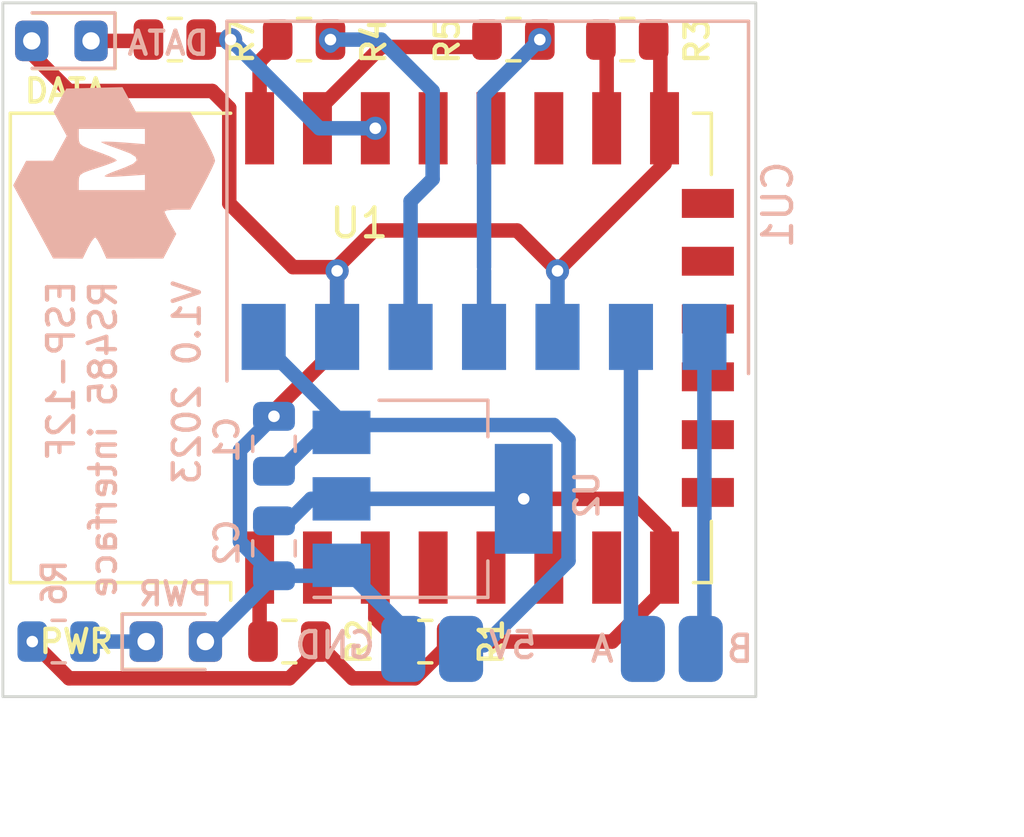
<source format=kicad_pcb>
(kicad_pcb (version 20211014) (generator pcbnew)
  (layers (0 "F.Cu" signal) (31 "B.Cu" signal) (34 "B.Paste" user) (35 "F.Paste" user) (36 "B.SilkS" user "B.Silkscreen") (37 "F.SilkS" user "F.Silkscreen") (38 "B.Mask" user) (39 "F.Mask" user) (44 "Edge.Cuts" user))
  (net 0 "")
  (net 1 "+5V")
  (net 2 "GND")
  (net 3 "+3.3V")
  (net 4 "Net-(CU1-Pad3)")
  (net 5 "Net-(CU1-Pad4)")
  (net 6 "/IN_A")
  (net 7 "/IN_B")
  (net 8 "Net-(R1-Pad2)")
  (net 9 "Net-(R2-Pad2)")
  (net 10 "Net-(R3-Pad1)")
  (net 11 "/ESP_TX")
  (net 12 "/ESP_RX")
  (net 28 "Net-(J3-Pad1)")
  (net 29 "Net-(J4-Pad1)")
  (net 30 "/GPIO_5")
  (footprint "Resistor_SMD:R_0805_2012Metric" (layer "F.Cu") (at 81.788 32.766)
    (fp_text reference "R3" (at 2.413 0.045 270) (layer "F.SilkS") (effects (font (size 0.8 0.8))))
    (fp_text value "10k")
    (fp_line (start -0.227064 0.735) (end 0.227064 0.735) (layer "F.SilkS") (width 0.12))
    (fp_line (start -0.227064 -0.735) (end 0.227064 -0.735) (layer "F.SilkS") (width 0.12))
    (pad "1" smd roundrect (at -0.9125 0) (size 1.025 1.4) (layers "F.Cu" "F.Paste" "F.Mask") (roundrect_rratio 0.243902439) (net 10 "Net-(R3-Pad1)"))
    (pad "2" smd roundrect (at 0.9125 0) (size 1.025 1.4) (layers "F.Cu" "F.Paste" "F.Mask") (roundrect_rratio 0.243902439) (net 2 "GND"))
  )
  (footprint "Resistor_SMD:R_0805_2012Metric" (layer "F.Cu") (at 74.803 53.594 180)
    (fp_text reference "R1" (at -2.286 0 90) (layer "F.SilkS") (effects (font (size 0.8 0.8))))
    (fp_text value "10k")
    (fp_line (start -0.227064 0.735) (end 0.227064 0.735) (layer "F.SilkS") (width 0.12))
    (fp_line (start -0.227064 -0.735) (end 0.227064 -0.735) (layer "F.SilkS") (width 0.12))
    (pad "1" smd roundrect (at -0.9125 0 180) (size 1.025 1.4) (layers "F.Cu" "F.Paste" "F.Mask") (roundrect_rratio 0.243902439) (net 3 "+3.3V"))
    (pad "2" smd roundrect (at 0.9125 0 180) (size 1.025 1.4) (layers "F.Cu" "F.Paste" "F.Mask") (roundrect_rratio 0.243902439) (net 8 "Net-(R1-Pad2)"))
  )
  (footprint "Resistor_SMD:R_0805_2012Metric" (layer "F.Cu") (at 77.851 32.766)
    (fp_text reference "R5" (at -2.286 0.045 270) (layer "F.SilkS") (effects (font (size 0.8 0.8))))
    (fp_text value "0")
    (fp_line (start -0.227064 0.735) (end 0.227064 0.735) (layer "F.SilkS") (width 0.12))
    (fp_line (start -0.227064 -0.735) (end 0.227064 -0.735) (layer "F.SilkS") (width 0.12))
    (pad "1" smd roundrect (at -0.9125 0) (size 1.025 1.4) (layers "F.Cu" "F.Paste" "F.Mask") (roundrect_rratio 0.243902439) (net 12 "/ESP_RX"))
    (pad "2" smd roundrect (at 0.9125 0) (size 1.025 1.4) (layers "F.Cu" "F.Paste" "F.Mask") (roundrect_rratio 0.243902439) (net 5 "Net-(CU1-Pad4)"))
  )
  (footprint "Resistor_SMD:R_0805_2012Metric" (layer "F.Cu") (at 66.1435 32.766 180)
    (fp_text reference "R7" (at -2.3095 -0.045 90) (layer "F.SilkS") (effects (font (size 0.8 0.8))))
    (fp_text value "330" hide)
    (fp_line (start -0.227064 -0.735) (end 0.227064 -0.735) (layer "F.SilkS") (width 0.12))
    (fp_line (start -0.227064 0.735) (end 0.227064 0.735) (layer "F.SilkS") (width 0.12))
    (pad "1" smd roundrect (at -0.9125 0 180) (size 1.025 1.4) (layers "F.Cu" "F.Paste" "F.Mask") (roundrect_rratio 0.243902439) (net 30 "/GPIO_5"))
    (pad "2" smd roundrect (at 0.9125 0 180) (size 1.025 1.4) (layers "F.Cu" "F.Paste" "F.Mask") (roundrect_rratio 0.243902439) (net 29 "Net-(J4-Pad1)"))
  )
  (footprint "-local:my_LED_0805_2012Metric_Pad1.15x1.40mm_HandSolder" (layer "F.Cu") (at 62.221 32.811 180)
    (fp_text reference "J4" hide)
    (fp_text value "DATA" (at -0.136 -1.733 180) (layer "F.SilkS") (effects (font (size 0.8 0.8))))
    (fp_line (start -1.85 0.97) (end 1.01 0.97) (layer "B.SilkS") (width 0.12))
    (fp_line (start 1.01 -0.95) (end -1.85 -0.95) (layer "B.SilkS") (width 0.12))
    (fp_line (start -1.85 -0.95) (end -1.85 0.97) (layer "B.SilkS") (width 0.12))
    (fp_line (start -1.86 -0.96) (end -1.86 0.96) (layer "F.SilkS") (width 0.12))
    (fp_line (start 1 -0.96) (end -1.86 -0.96) (layer "F.SilkS") (width 0.12))
    (fp_line (start -1.86 0.96) (end 1 0.96) (layer "F.SilkS") (width 0.12))
    (pad "1" thru_hole roundrect (at -1.025 0 180) (size 1.15 1.4) (drill 0.6) (layers *.Cu *.Mask) (roundrect_rratio 0.2173913043) (net 29 "Net-(J4-Pad1)"))
    (pad "2" thru_hole roundrect (at 1.025 0 180) (size 1.15 1.4) (drill 0.6) (layers *.Cu *.Mask) (roundrect_rratio 0.2173913043) (net 2 "GND"))
  )
  (footprint "Resistor_SMD:R_0805_2012Metric" (layer "F.Cu") (at 70.612 32.766)
    (fp_text reference "R4" (at 2.413 0.045 270) (layer "F.SilkS") (effects (font (size 0.8 0.8))))
    (fp_text value "0")
    (fp_line (start -0.227064 0.735) (end 0.227064 0.735) (layer "F.SilkS") (width 0.12))
    (fp_line (start -0.227064 -0.735) (end 0.227064 -0.735) (layer "F.SilkS") (width 0.12))
    (pad "1" smd roundrect (at -0.9125 0) (size 1.025 1.4) (layers "F.Cu" "F.Paste" "F.Mask") (roundrect_rratio 0.243902439) (net 11 "/ESP_TX"))
    (pad "2" smd roundrect (at 0.9125 0) (size 1.025 1.4) (layers "F.Cu" "F.Paste" "F.Mask") (roundrect_rratio 0.243902439) (net 4 "Net-(CU1-Pad3)"))
  )
  (footprint "RF_Module:ESP-12E" (layer "F.Cu") (at 72.575 43.434 90)
    (fp_text reference "U1" (at 4.318 -0.058 180) (layer "F.SilkS"))
    (fp_text value "ESP-12F")
    (fp_line (start -8.12 -4.5) (end -8.12 -12.12) (layer "F.SilkS") (width 0.12))
    (fp_line (start -6 12.12) (end -8.12 12.12) (layer "F.SilkS") (width 0.12))
    (fp_line (start -8.12 -12.12) (end 8.12 -12.12) (layer "F.SilkS") (width 0.12))
    (fp_line (start 8.12 12.12) (end 6 12.12) (layer "F.SilkS") (width 0.12))
    (fp_line (start 8.12 11.5) (end 8.12 12.12) (layer "F.SilkS") (width 0.12))
    (fp_line (start 8.12 -12.12) (end 8.12 -4.5) (layer "F.SilkS") (width 0.12))
    (fp_line (start -8.12 -4.5) (end -8.73 -4.5) (layer "F.SilkS") (width 0.12))
    (fp_line (start -8.12 12.12) (end -8.12 11.5) (layer "F.SilkS") (width 0.12))
    (pad "1" smd rect (at -7.6 -3.5 90) (size 2.5 1) (layers "F.Cu" "F.Paste" "F.Mask") (net 9 "Net-(R2-Pad2)"))
    (pad "2" smd rect (at -7.6 -1.5 90) (size 2.5 1) (layers "F.Cu" "F.Paste" "F.Mask"))
    (pad "3" smd rect (at -7.6 0.5 90) (size 2.5 1) (layers "F.Cu" "F.Paste" "F.Mask") (net 8 "Net-(R1-Pad2)"))
    (pad "4" smd rect (at -7.6 2.5 90) (size 2.5 1) (layers "F.Cu" "F.Paste" "F.Mask"))
    (pad "5" smd rect (at -7.6 4.5 90) (size 2.5 1) (layers "F.Cu" "F.Paste" "F.Mask"))
    (pad "6" smd rect (at -7.6 6.5 90) (size 2.5 1) (layers "F.Cu" "F.Paste" "F.Mask"))
    (pad "7" smd rect (at -7.6 8.5 90) (size 2.5 1) (layers "F.Cu" "F.Paste" "F.Mask"))
    (pad "8" smd rect (at -7.6 10.5 90) (size 2.5 1) (layers "F.Cu" "F.Paste" "F.Mask") (net 3 "+3.3V"))
    (pad "9" smd rect (at -5 12 90) (size 1 1.8) (layers "F.Cu" "F.Paste" "F.Mask"))
    (pad "10" smd rect (at -3 12 90) (size 1 1.8) (layers "F.Cu" "F.Paste" "F.Mask"))
    (pad "11" smd rect (at -1 12 90) (size 1 1.8) (layers "F.Cu" "F.Paste" "F.Mask"))
    (pad "12" smd rect (at 1 12 90) (size 1 1.8) (layers "F.Cu" "F.Paste" "F.Mask"))
    (pad "13" smd rect (at 3 12 90) (size 1 1.8) (layers "F.Cu" "F.Paste" "F.Mask"))
    (pad "14" smd rect (at 5 12 90) (size 1 1.8) (layers "F.Cu" "F.Paste" "F.Mask"))
    (pad "15" smd rect (at 7.6 10.5 90) (size 2.5 1) (layers "F.Cu" "F.Paste" "F.Mask") (net 2 "GND"))
    (pad "16" smd rect (at 7.6 8.5 90) (size 2.5 1) (layers "F.Cu" "F.Paste" "F.Mask") (net 10 "Net-(R3-Pad1)"))
    (pad "17" smd rect (at 7.6 6.5 90) (size 2.5 1) (layers "F.Cu" "F.Paste" "F.Mask"))
    (pad "18" smd rect (at 7.6 4.5 90) (size 2.5 1) (layers "F.Cu" "F.Paste" "F.Mask"))
    (pad "19" smd rect (at 7.6 2.5 90) (size 2.5 1) (layers "F.Cu" "F.Paste" "F.Mask"))
    (pad "20" smd rect (at 7.6 0.5 90) (size 2.5 1) (layers "F.Cu" "F.Paste" "F.Mask") (net 30 "/GPIO_5"))
    (pad "21" smd rect (at 7.6 -1.5 90) (size 2.5 1) (layers "F.Cu" "F.Paste" "F.Mask") (net 12 "/ESP_RX"))
    (pad "22" smd rect (at 7.6 -3.5 90) (size 2.5 1) (layers "F.Cu" "F.Paste" "F.Mask") (net 11 "/ESP_TX"))
  )
  (footprint "-local:my_LED_0805_2012Metric_Pad1.15x1.40mm_HandSolder" (layer "F.Cu") (at 66.176 53.594)
    (fp_text reference "J3" hide)
    (fp_text value "PWR" (at -3.438 0) (layer "F.SilkS") (effects (font (size 0.8 0.8))))
    (fp_line (start -1.85 0.97) (end 1.01 0.97) (layer "B.SilkS") (width 0.12))
    (fp_line (start 1.01 -0.95) (end -1.85 -0.95) (layer "B.SilkS") (width 0.12))
    (fp_line (start -1.85 -0.95) (end -1.85 0.97) (layer "B.SilkS") (width 0.12))
    (fp_line (start -1.86 0.96) (end 1 0.96) (layer "F.SilkS") (width 0.12))
    (fp_line (start 1 -0.96) (end -1.86 -0.96) (layer "F.SilkS") (width 0.12))
    (fp_line (start -1.86 -0.96) (end -1.86 0.96) (layer "F.SilkS") (width 0.12))
    (pad "1" thru_hole roundrect (at -1.025 0) (size 1.15 1.4) (drill 0.6) (layers *.Cu *.Mask) (roundrect_rratio 0.2173913043) (net 28 "Net-(J3-Pad1)"))
    (pad "2" thru_hole roundrect (at 1.025 0) (size 1.15 1.4) (drill 0.6) (layers *.Cu *.Mask) (roundrect_rratio 0.2173913043) (net 2 "GND"))
  )
  (footprint "Resistor_SMD:R_0805_2012Metric" (layer "F.Cu") (at 70.104 53.594 180)
    (fp_text reference "R2" (at -2.413 0 90) (layer "F.SilkS") (effects (font (size 0.8 0.8))))
    (fp_text value "10k")
    (fp_line (start -0.227064 0.735) (end 0.227064 0.735) (layer "F.SilkS") (width 0.12))
    (fp_line (start -0.227064 -0.735) (end 0.227064 -0.735) (layer "F.SilkS") (width 0.12))
    (pad "1" smd roundrect (at -0.9125 0 180) (size 1.025 1.4) (layers "F.Cu" "F.Paste" "F.Mask") (roundrect_rratio 0.243902439) (net 3 "+3.3V"))
    (pad "2" smd roundrect (at 0.9125 0 180) (size 1.025 1.4) (layers "F.Cu" "F.Paste" "F.Mask") (roundrect_rratio 0.243902439) (net 9 "Net-(R2-Pad2)"))
  )
  (footprint "-local:R411A01" (layer "B.Cu") (at 68.453 32.639 -90)
    (fp_text reference "CU1" (at 5.842 -18.542 90 unlocked) (layer "B.SilkS") (effects (justify mirror)))
    (fp_text value "R411A01")
    (fp_line (start -0.508 0.508) (end -0.508 -17.526) (layer "B.SilkS") (width 0.12))
    (fp_line (start 11.938 0.508) (end -0.508 0.508) (layer "B.SilkS") (width 0.12))
    (fp_line (start -0.508 -17.526) (end 11.684 -17.526) (layer "B.SilkS") (width 0.12))
    (pad "1" smd rect (at 10.414 -0.762 270) (size 2.286 1.524) (layers "B.Cu" "B.Paste" "B.Mask") (net 1 "+5V"))
    (pad "2" smd rect (at 10.414 -3.302 270) (size 2.286 1.524) (layers "B.Cu" "B.Paste" "B.Mask") (net 2 "GND"))
    (pad "3" smd rect (at 10.414 -5.842 270) (size 2.286 1.524) (layers "B.Cu" "B.Paste" "B.Mask") (net 4 "Net-(CU1-Pad3)"))
    (pad "4" smd rect (at 10.414 -8.382 270) (size 2.286 1.524) (layers "B.Cu" "B.Paste" "B.Mask") (net 5 "Net-(CU1-Pad4)"))
    (pad "5" smd rect (at 10.414 -10.922 270) (size 2.286 1.524) (layers "B.Cu" "B.Paste" "B.Mask"))
    (pad "6" smd rect (at 10.414 -13.462 270) (size 2.286 1.524) (layers "B.Cu" "B.Paste" "B.Mask") (net 6 "/IN_A"))
    (pad "7" smd rect (at 10.414 -16.002 270) (size 2.286 1.524) (layers "B.Cu" "B.Paste" "B.Mask") (net 7 "/IN_B"))
  )
  (footprint "-local:2pin_pad" (layer "B.Cu") (at 76.041 53.848 90)
    (fp_text reference "J2" hide)
    (fp_text value "PWR" hide)
    (pad "1" smd roundrect (at 0 0 90) (size 2.286 1.524) (layers "B.Cu" "B.Paste" "B.Mask") (net 1 "+5V"))
    (pad "2" smd roundrect (at 0 -2 90) (size 2.286 1.524) (layers "B.Cu" "B.Paste" "B.Mask") (net 2 "GND"))
  )
  (footprint "-local:logo_kms_small_silkscreen" (layer "B.Cu") (at 64.008 36.957 -90)
    (fp_text reference "G***" hide)
    (fp_text value "LOGO" hide)
    (fp_poly (pts (xy 2.116877 2.764724) (xy 3.383025 2.074333) (xy 3.384846 1.562038) (xy 3.386667 1.049742) (xy 3.001301 0.862517) (xy 2.790526 0.744233) (xy 2.670184 0.645099) (xy 2.658544 0.606349) (xy 2.756204 0.53197) (xy 2.951559 0.426272) (xy 3.04391 0.382844) (xy 3.386667 0.228282) (xy 3.385955 -0.753692) (xy 3.385242 -1.735667) (xy 2.958732 -1.961382) (xy 2.532222 -2.187098) (xy 2.176278 -1.983569) (xy 1.955571 -1.864108) (xy 1.796662 -1.790367) (xy 1.756834 -1.77902) (xy 1.721214 -1.854803) (xy 1.697798 -2.050556) (xy 1.692499 -2.2225) (xy 1.691665 -2.667) (xy 0.909333 -3.090334) (xy 0.572241 -3.267716) (xy 0.281728 -3.411355) (xy 0.075183 -3.503285) (xy 0 -3.527314) (xy -0.123164 -3.493503) (xy -0.355769 -3.391419) (xy -0.661039 -3.238198) (xy -0.908502 -3.10398) (xy -1.690003 -2.667) (xy -1.69278 -1.100667) (xy -1.100666 -1.100667) (xy -0.57469 -1.100667) (xy -0.635467 -0.3175) (xy -0.656467 0.015334) (xy -0.662989 0.266572) (xy -0.654674 0.4023) (xy -0.643244 0.415066) (xy -0.591922 0.31503) (xy -0.506157 0.098671) (xy -0.403589 -0.189211) (xy -0.393179 -0.219934) (xy -0.253409 -0.583479) (xy -0.129647 -0.781514) (xy -0.013063 -0.816032) (xy 0.105175 -0.689025) (xy 0.233899 -0.402484) (xy 0.247907 -0.364532) (xy 0.389806 0.016194) (xy 0.484588 0.237516) (xy 0.539083 0.300543) (xy 0.56012 0.206382) (xy 0.554529 -0.043861) (xy 0.53802 -0.3175) (xy 0.486159 -1.100667) (xy 1.016 -1.100667) (xy 1.016 1.185333) (xy 0.734573 1.185333) (xy 0.592127 1.178256) (xy 0.494874 1.134867) (xy 0.417781 1.021929) (xy 0.335814 0.806205) (xy 0.25236 0.545104) (xy 0.151022 0.23986) (xy 0.062012 0.003481) (xy 0.001326 -0.122357) (xy -0.007325 -0.131527) (xy -0.059519 -0.074492) (xy -0.148137 0.109023) (xy -0.257282 0.38445) (xy -0.301766 0.508702) (xy -0.419082 0.837342) (xy -0.50633 1.037477) (xy -0.587853 1.140954) (xy -0.687997 1.179621) (xy -0.818987 1.185333) (xy -1.100666 1.185333) (xy -1.100666 -1.100667) (xy -1.69278 -1.100667) (xy -1.693333 -0.788912) (xy -2.119295 -0.557074) (xy -2.545257 -0.325237) (xy -2.521462 0.64663) (xy -2.497666 1.618497) (xy -1.694762 2.059689) (xy -0.856296 1.603339) (xy -0.00244 2.074333) (xy -0.000508 2.54) (xy 0.001425 3.005666) (xy 0.426076 3.230391) (xy 0.850728 3.455115)) (layer "B.SilkS") (width 0) (fill solid))
  )
  (footprint "Resistor_SMD:R_0805_2012Metric" (layer "B.Cu") (at 62.1265 53.594)
    (fp_text reference "R6" (at -0.1505 -2.032 90) (layer "B.SilkS") (effects (font (size 0.8 0.8)) (justify mirror)))
    (fp_text value "330")
    (fp_line (start -0.227064 0.735) (end 0.227064 0.735) (layer "B.SilkS") (width 0.12))
    (fp_line (start -0.227064 -0.735) (end 0.227064 -0.735) (layer "B.SilkS") (width 0.12))
    (pad "1" smd roundrect (at -0.9125 0) (size 1.025 1.4) (layers "B.Cu" "B.Paste" "B.Mask") (roundrect_rratio 0.243902) (net 3 "+3.3V"))
    (pad "2" smd roundrect (at 0.9125 0) (size 1.025 1.4) (layers "B.Cu" "B.Paste" "B.Mask") (roundrect_rratio 0.243902) (net 28 "Net-(J3-Pad1)"))
  )
  (footprint "Package_TO_SOT_SMD:SOT-223-3_TabPin2" (layer "B.Cu") (at 75.057 48.655)
    (fp_text reference "U2" (at 5.334 -0.141 270) (layer "B.SilkS") (effects (font (size 0.8 0.8)) (justify mirror)))
    (fp_text value "AMS1117-3.3")
    (fp_line (start 1.91 3.41) (end 1.91 2.15) (layer "B.SilkS") (width 0.12))
    (fp_line (start -1.85 -3.41) (end 1.91 -3.41) (layer "B.SilkS") (width 0.12))
    (fp_line (start -4.1 3.41) (end 1.91 3.41) (layer "B.SilkS") (width 0.12))
    (fp_line (start 1.91 -3.41) (end 1.91 -2.15) (layer "B.SilkS") (width 0.12))
    (pad "1" smd rect (at -3.15 2.3) (size 2 1.5) (layers "B.Cu" "B.Paste" "B.Mask") (net 2 "GND"))
    (pad "2" smd rect (at 3.15 0) (size 2 3.8) (layers "B.Cu" "B.Paste" "B.Mask") (net 3 "+3.3V"))
    (pad "2" smd rect (at -3.15 0) (size 2 1.5) (layers "B.Cu" "B.Paste" "B.Mask") (net 3 "+3.3V"))
    (pad "3" smd rect (at -3.15 -2.3) (size 2 1.5) (layers "B.Cu" "B.Paste" "B.Mask") (net 1 "+5V"))
  )
  (footprint "-local:2pin_pad" (layer "B.Cu") (at 84.328 53.848 90)
    (fp_text reference "J1" hide)
    (fp_text value "RS485" hide)
    (pad "1" smd roundrect (at 0 0 90) (size 2.286 1.524) (layers "B.Cu" "B.Paste" "B.Mask") (net 7 "/IN_B"))
    (pad "2" smd roundrect (at 0 -2 90) (size 2.286 1.524) (layers "B.Cu" "B.Paste" "B.Mask") (net 6 "/IN_A"))
  )
  (footprint "Capacitor_SMD:C_0805_2012Metric" (layer "B.Cu") (at 69.571 46.75 90)
    (fp_text reference "C1" (at 0.141 -1.626 90) (layer "B.SilkS") (effects (font (size 0.8 0.8)) (justify mirror)))
    (fp_text value "10u")
    (fp_line (start -0.261252 -0.735) (end 0.261252 -0.735) (layer "B.SilkS") (width 0.12))
    (fp_line (start -0.261252 0.735) (end 0.261252 0.735) (layer "B.SilkS") (width 0.12))
    (pad "1" smd roundrect (at -0.95 0 90) (size 1 1.45) (layers "B.Cu" "B.Paste" "B.Mask") (net 1 "+5V"))
    (pad "2" smd roundrect (at 0.95 0 90) (size 1 1.45) (layers "B.Cu" "B.Paste" "B.Mask") (net 2 "GND"))
  )
  (footprint "Capacitor_SMD:C_0805_2012Metric" (layer "B.Cu") (at 69.571 50.367 -90)
    (fp_text reference "C2" (at -0.202 1.626 90) (layer "B.SilkS") (effects (font (size 0.8 0.8)) (justify mirror)))
    (fp_text value "10u")
    (fp_line (start -0.261252 -0.735) (end 0.261252 -0.735) (layer "B.SilkS") (width 0.12))
    (fp_line (start -0.261252 0.735) (end 0.261252 0.735) (layer "B.SilkS") (width 0.12))
    (pad "1" smd roundrect (at -0.95 0 270) (size 1 1.45) (layers "B.Cu" "B.Paste" "B.Mask") (net 3 "+3.3V"))
    (pad "2" smd roundrect (at 0.95 0 270) (size 1 1.45) (layers "B.Cu" "B.Paste" "B.Mask") (net 2 "GND"))
  )
  (gr_rect (start 86.233 31.496) (end 60.198 55.499) (layer "Edge.Cuts") (width 0.1) (fill none))
  (gr_text "PWR" (at 66.167 51.943) (layer "B.SilkS") (effects (font (size 0.8 0.8)) (justify mirror)))
  (gr_text "A" (at 81.407 53.848) (layer "B.SilkS") (effects (font (size 0.9 0.9)) (justify left mirror)))
  (gr_text "GND" (at 73.152 53.721) (layer "B.SilkS") (effects (font (size 0.9 0.9)) (justify left mirror)))
  (gr_text "5V" (at 78.74 53.721) (layer "B.SilkS") (effects (font (size 0.9 0.9)) (justify left mirror)))
  (gr_text "ESP-12F \nRS485 interface\n\nV1.0 2023" (at 64.389 41.021 90) (layer "B.SilkS") (effects (font (size 0.9 0.9)) (justify left mirror)))
  (gr_text "DATA" (at 65.913 32.893) (layer "B.SilkS") (effects (font (size 0.8 0.8)) (justify mirror)))
  (gr_text "B" (at 86.233 53.848) (layer "B.SilkS") (effects (font (size 0.9 0.9)) (justify left mirror)))
  (segment (start 71.907 46.355) (end 71.907 45.999) (width 0.5) (layer "B.Cu") (net 1))
  (segment (start 79.248 46.101) (end 72.161 46.101) (width 0.5) (layer "B.Cu") (net 1))
  (segment (start 71.12 46.355) (end 71.907 46.355) (width 0.5) (layer "B.Cu") (net 1))
  (segment (start 76.041 53.721) (end 76.835 53.721) (width 0.5) (layer "B.Cu") (net 1))
  (segment (start 76.835 53.721) (end 79.756 50.8) (width 0.5) (layer "B.Cu") (net 1))
  (segment (start 79.756 50.8) (end 79.756 46.609) (width 0.5) (layer "B.Cu") (net 1))
  (segment (start 71.907 45.999) (end 69.215 43.307) (width 0.5) (layer "B.Cu") (net 1))
  (segment (start 69.571 47.7) (end 69.775 47.7) (width 0.5) (layer "B.Cu") (net 1))
  (segment (start 69.775 47.7) (end 71.12 46.355) (width 0.5) (layer "B.Cu") (net 1))
  (segment (start 79.756 46.609) (end 79.248 46.101) (width 0.5) (layer "B.Cu") (net 1))
  (segment (start 69.215 43.307) (end 69.215 43.053) (width 0.5) (layer "B.Cu") (net 1))
  (segment (start 72.161 46.101) (end 71.907 46.355) (width 0.5) (layer "B.Cu") (net 1))
  (segment (start 71.755 43.434) (end 71.755 40.767) (width 0.5) (layer "F.Cu") (net 2))
  (segment (start 70.231 40.64) (end 68.025 38.434) (width 0.5) (layer "F.Cu") (net 2))
  (segment (start 82.7005 32.766) (end 82.931 32.9965) (width 0.5) (layer "F.Cu") (net 2))
  (segment (start 67.437 34.544) (end 62.484 34.544) (width 0.5) (layer "F.Cu") (net 2))
  (segment (start 69.571 45.618) (end 71.755 43.434) (width 0.5) (layer "F.Cu") (net 2))
  (segment (start 82.931 32.9965) (end 82.931 35.69) (width 0.5) (layer "F.Cu") (net 2))
  (segment (start 62.484 34.544) (end 61.196 33.256) (width 0.5) (layer "F.Cu") (net 2))
  (segment (start 71.755 40.64) (end 70.231 40.64) (width 0.5) (layer "F.Cu") (net 2))
  (segment (start 69.571 45.8) (end 69.571 45.618) (width 0.5) (layer "F.Cu") (net 2))
  (segment (start 73.025 39.37) (end 71.755 40.64) (width 0.5) (layer "F.Cu") (net 2))
  (segment (start 77.978 39.37) (end 73.025 39.37) (width 0.5) (layer "F.Cu") (net 2))
  (segment (start 83.075 37.067) (end 83.075 35.834) (width 0.5) (layer "F.Cu") (net 2))
  (segment (start 68.025 35.132) (end 67.437 34.544) (width 0.5) (layer "F.Cu") (net 2))
  (segment (start 61.196 33.256) (end 61.196 33.02) (width 0.5) (layer "F.Cu") (net 2))
  (segment (start 82.931 35.69) (end 83.075 35.834) (width 0.5) (layer "F.Cu") (net 2))
  (segment (start 68.025 38.434) (end 68.025 35.132) (width 0.5) (layer "F.Cu") (net 2))
  (segment (start 79.375 40.767) (end 83.075 37.067) (width 0.5) (layer "F.Cu") (net 2))
  (segment (start 79.375 40.767) (end 77.978 39.37) (width 0.5) (layer "F.Cu") (net 2))
  (via (at 79.375 40.767) (size 0.8) (drill 0.4) (layers "F.Cu" "B.Cu") (net 2))
  (via (at 69.571 45.8) (size 0.8) (drill 0.4) (layers "F.Cu" "B.Cu") (net 2))
  (via (at 71.755 40.767) (size 0.8) (drill 0.4) (layers "F.Cu" "B.Cu") (net 2))
  (segment (start 69.571 51.317) (end 71.545 51.317) (width 0.5) (layer "B.Cu") (net 2))
  (segment (start 71.755 40.767) (end 71.755 43.053) (width 0.5) (layer "B.Cu") (net 2))
  (segment (start 79.375 43.053) (end 79.375 40.767) (width 0.5) (layer "B.Cu") (net 2))
  (segment (start 71.545 51.317) (end 71.907 50.955) (width 0.5) (layer "B.Cu") (net 2))
  (segment (start 67.151 53.594) (end 67.294 53.594) (width 0.5) (layer "B.Cu") (net 2))
  (segment (start 68.396 46.975) (end 68.396 50.142) (width 0.5) (layer "B.Cu") (net 2))
  (segment (start 74.041 53.089) (end 71.907 50.955) (width 0.5) (layer "B.Cu") (net 2))
  (segment (start 74.041 53.721) (end 74.041 53.089) (width 0.5) (layer "B.Cu") (net 2))
  (segment (start 69.571 45.8) (end 68.396 46.975) (width 0.5) (layer "B.Cu") (net 2))
  (segment (start 68.396 50.142) (end 69.571 51.317) (width 0.5) (layer "B.Cu") (net 2))
  (segment (start 67.294 53.594) (end 69.571 51.317) (width 0.5) (layer "B.Cu") (net 2))
  (segment (start 83.075 49.801) (end 81.915 48.641) (width 0.5) (layer "F.Cu") (net 3))
  (segment (start 70.104 54.864) (end 71.0165 53.9515) (width 0.5) (layer "F.Cu") (net 3))
  (segment (start 81.901 48.655) (end 78.207 48.655) (width 0.5) (layer "F.Cu") (net 3))
  (segment (start 74.4455 54.864) (end 75.7155 53.594) (width 0.5) (layer "F.Cu") (net 3))
  (segment (start 83.075 51.784) (end 83.075 51.034) (width 0.5) (layer "F.Cu") (net 3))
  (segment (start 61.214 53.594) (end 62.484 54.864) (width 0.5) (layer "F.Cu") (net 3))
  (segment (start 81.265 53.594) (end 83.075 51.784) (width 0.5) (layer "F.Cu") (net 3))
  (segment (start 83.075 51.034) (end 83.075 49.801) (width 0.5) (layer "F.Cu") (net 3))
  (segment (start 71.0165 53.9515) (end 71.0165 53.594) (width 0.5) (layer "F.Cu") (net 3))
  (segment (start 71.0165 53.594) (end 72.2865 54.864) (width 0.5) (layer "F.Cu") (net 3))
  (segment (start 75.7155 53.594) (end 81.265 53.594) (width 0.5) (layer "F.Cu") (net 3))
  (segment (start 62.484 54.864) (end 70.104 54.864) (width 0.5) (layer "F.Cu") (net 3))
  (segment (start 81.915 48.641) (end 81.901 48.655) (width 0.5) (layer "F.Cu") (net 3))
  (segment (start 72.2865 54.864) (end 74.4455 54.864) (width 0.5) (layer "F.Cu") (net 3))
  (via (at 61.214 53.594) (size 0.8) (drill 0.4) (layers "F.Cu" "B.Cu") (net 3))
  (via (at 78.207 48.655) (size 0.8) (drill 0.4) (layers "F.Cu" "B.Cu") (net 3))
  (segment (start 71.907 48.655) (end 78.207 48.655) (width 0.5) (layer "B.Cu") (net 3))
  (segment (start 70.09 49.417) (end 70.852 48.655) (width 0.5) (layer "B.Cu") (net 3))
  (segment (start 70.852 48.655) (end 71.907 48.655) (width 0.5) (layer "B.Cu") (net 3))
  (segment (start 69.571 49.417) (end 70.09 49.417) (width 0.5) (layer "B.Cu") (net 3))
  (via (at 71.5245 32.766) (size 0.8) (drill 0.4) (layers "F.Cu" "B.Cu") (net 4))
  (segment (start 71.5245 32.975) (end 71.7335 32.766) (width 0.5) (layer "B.Cu") (net 4))
  (segment (start 73.279 32.766) (end 75.057 34.544) (width 0.5) (layer "B.Cu") (net 4))
  (segment (start 71.7335 32.766) (end 73.279 32.766) (width 0.5) (layer "B.Cu") (net 4))
  (segment (start 75.057 34.544) (end 75.057 37.592) (width 0.5) (layer "B.Cu") (net 4))
  (segment (start 75.057 37.592) (end 74.295 38.354) (width 0.5) (layer "B.Cu") (net 4))
  (segment (start 74.295 38.354) (end 74.295 43.053) (width 0.5) (layer "B.Cu") (net 4))
  (segment (start 78.7635 32.766) (end 78.74 32.7895) (width 0.5) (layer "F.Cu") (net 5))
  (segment (start 78.74 32.7895) (end 78.74 33.147) (width 0.5) (layer "F.Cu") (net 5))
  (via (at 78.7635 32.766) (size 0.8) (drill 0.4) (layers "F.Cu" "B.Cu") (net 5))
  (segment (start 76.835 43.053) (end 76.835 40.767) (width 0.5) (layer "B.Cu") (net 5))
  (segment (start 78.7635 32.766) (end 76.835 34.6945) (width 0.5) (layer "B.Cu") (net 5))
  (segment (start 76.835 34.6945) (end 76.835 40.64) (width 0.5) (layer "B.Cu") (net 5))
  (segment (start 82.328 53.848) (end 81.915 53.435) (width 0.5) (layer "B.Cu") (net 6))
  (segment (start 81.915 53.435) (end 81.915 43.053) (width 0.5) (layer "B.Cu") (net 6))
  (segment (start 84.455 53.721) (end 84.455 43.053) (width 0.5) (layer "B.Cu") (net 7))
  (segment (start 84.328 53.848) (end 84.455 53.721) (width 0.5) (layer "B.Cu") (net 7))
  (segment (start 73.8905 53.594) (end 73.075 52.7785) (width 0.5) (layer "F.Cu") (net 8))
  (segment (start 73.075 52.7785) (end 73.075 51.034) (width 0.5) (layer "F.Cu") (net 8))
  (segment (start 69.075 53.4775) (end 69.1915 53.594) (width 0.5) (layer "F.Cu") (net 9))
  (segment (start 69.075 51.034) (end 69.075 53.4775) (width 0.5) (layer "F.Cu") (net 9))
  (segment (start 80.8755 33.147) (end 80.8755 32.766) (width 0.5) (layer "F.Cu") (net 10))
  (segment (start 80.8755 32.766) (end 81.075 32.9655) (width 0.5) (layer "F.Cu") (net 10))
  (segment (start 81.075 32.9655) (end 81.075 35.834) (width 0.5) (layer "F.Cu") (net 10))
  (segment (start 69.075 35.834) (end 69.075 33.5175) (width 0.5) (layer "F.Cu") (net 11))
  (segment (start 69.075 33.5175) (end 69.4455 33.147) (width 0.5) (layer "F.Cu") (net 11))
  (segment (start 76.6845 33.02) (end 73.279 33.02) (width 0.5) (layer "F.Cu") (net 12))
  (segment (start 76.9385 33.147) (end 76.9385 32.766) (width 0.5) (layer "F.Cu") (net 12))
  (segment (start 71.075 35.224) (end 71.075 35.834) (width 0.5) (layer "F.Cu") (net 12))
  (segment (start 76.9385 32.766) (end 76.6845 33.02) (width 0.5) (layer "F.Cu") (net 12))
  (segment (start 73.279 33.02) (end 71.075 35.224) (width 0.5) (layer "F.Cu") (net 12))
  (segment (start 65.151 53.594) (end 63.039 53.594) (width 0.5) (layer "B.Cu") (net 28))
  (segment (start 63.246 32.811) (end 65.186 32.811) (width 0.5) (layer "F.Cu") (net 29))
  (segment (start 65.186 32.811) (end 65.231 32.766) (width 0.5) (layer "F.Cu") (net 29))
  (segment (start 63.246 33.02) (end 63.246 32.811) (width 0.5) (layer "F.Cu") (net 29))
  (segment (start 65.231 32.766) (end 65.231 33.02) (width 0.5) (layer "F.Cu") (net 29))
  (segment (start 68.072 32.766) (end 67.056 32.766) (width 0.5) (layer "F.Cu") (net 30))
  (via (at 68.072 32.766) (size 0.8) (drill 0.4) (layers "F.Cu" "B.Cu") (net 30))
  (via (at 73.075 35.834) (size 0.8) (drill 0.4) (layers "F.Cu" "B.Cu") (net 30))
  (segment (start 71.14 35.834) (end 73.075 35.834) (width 0.5) (layer "B.Cu") (net 30))
  (segment (start 68.072 32.766) (end 71.14 35.834) (width 0.5) (layer "B.Cu") (net 30))
)
</source>
